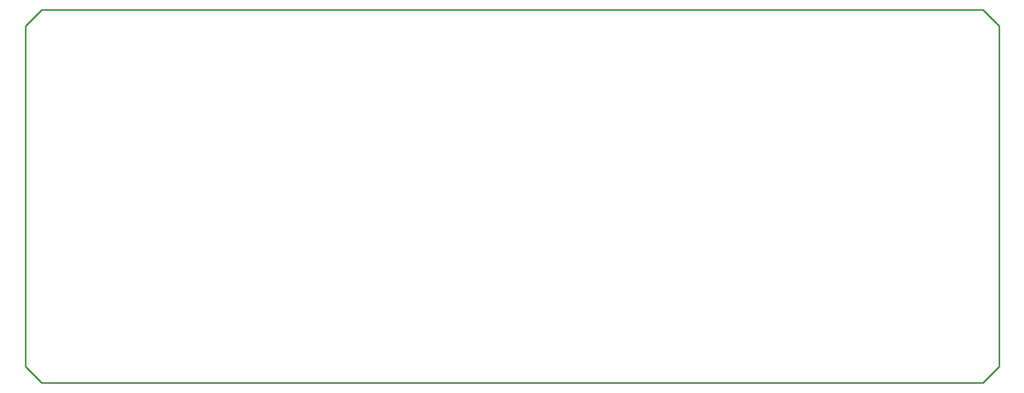
<source format=gko>
G04*
G04 #@! TF.GenerationSoftware,Altium Limited,Altium Designer,20.0.9 (164)*
G04*
G04 Layer_Color=16711935*
%FSLAX25Y25*%
%MOIN*%
G70*
G01*
G75*
%ADD10C,0.01000*%
D10*
X700000Y110000D02*
Y320000D01*
X690000Y330000D02*
X700000Y320000D01*
X100000D02*
X110000Y330000D01*
X690000Y100000D02*
X700000Y110000D01*
X100000D02*
X110000Y100000D01*
X690000D01*
X100000Y110000D02*
Y320000D01*
X110000Y330000D02*
X690000D01*
M02*

</source>
